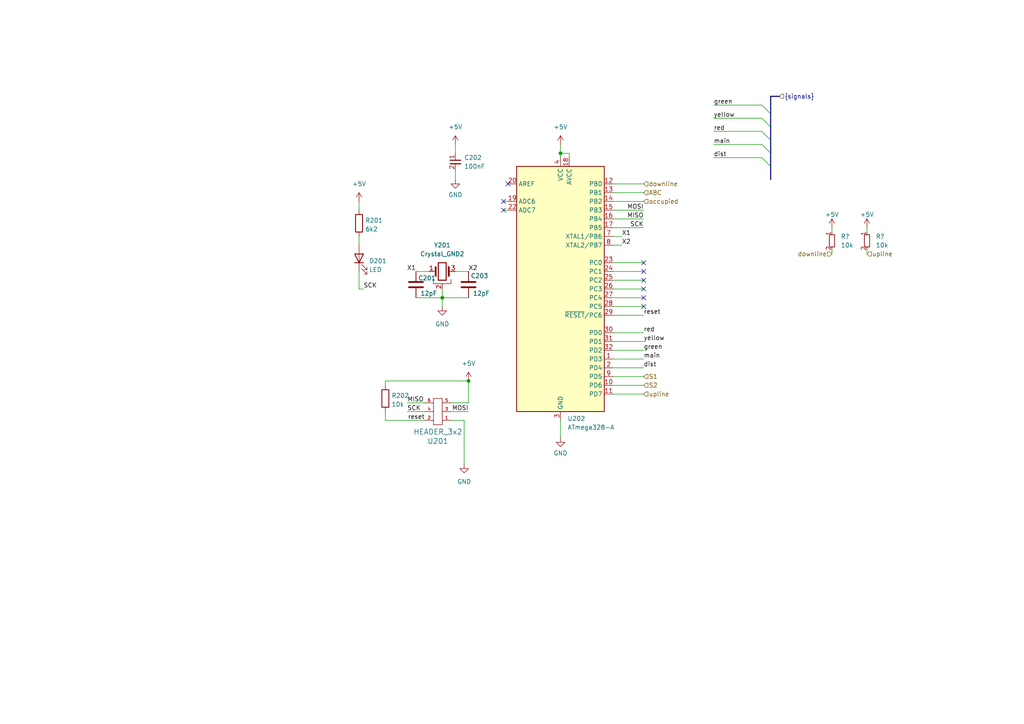
<source format=kicad_sch>
(kicad_sch (version 20230121) (generator eeschema)
  (paper "A4")
  (lib_symbols
    (symbol "Device:C" (pin_numbers hide) (pin_names (offset 0.254))
      (property "Reference" "C" (at 0.635 2.54 0))
      (property "Value" "C" (at 0.635 -2.54 0))
      (symbol "C_0_1"
        (polyline (pts (xy -2.032 -0.762) (xy 2.032 -0.762)) (stroke (width 0.508)))
        (polyline (pts (xy -2.032 0.762) (xy 2.032 0.762)) (stroke (width 0.508)))
      )
      (symbol "C_1_1"
        (pin passive line (at 0 3.81 270) (length 2.794) (name "~") (number "1"))
        (pin passive line (at 0 -3.81 90) (length 2.794) (name "~") (number "2"))
      )
    )
    (symbol "Device:LED" (pin_numbers hide) (pin_names (offset 1.016) hide)
      (property "Reference" "D" (at 0 2.54 0))
      (property "Value" "LED" (at 0 -2.54 0))
      (symbol "LED_0_1"
        (polyline (pts (xy -1.27 -1.27) (xy -1.27 1.27)) (stroke (width 0.254)))
        (polyline (pts (xy -1.27 0) (xy 1.27 0)))
        (polyline (pts (xy 1.27 -1.27) (xy 1.27 1.27) (xy -1.27 0) (xy 1.27 -1.27)) (stroke (width 0.254)))
        (polyline (pts (xy -3.048 -0.762) (xy -4.572 -2.286) (xy -3.81 -2.286) (xy -4.572 -2.286) (xy -4.572 -1.524)))
        (polyline (pts (xy -1.778 -0.762) (xy -3.302 -2.286) (xy -2.54 -2.286) (xy -3.302 -2.286) (xy -3.302 -1.524)))
      )
      (symbol "LED_1_1"
        (pin passive line (at -3.81 0 0) (length 2.54) (name "K") (number "1"))
        (pin passive line (at 3.81 0 180) (length 2.54) (name "A") (number "2"))
      )
    )
    (symbol "Device:R" (pin_numbers hide) (pin_names (offset 0))
      (property "Reference" "R" (at 2.032 0 90))
      (property "Value" "R" (at 0 0 90))
      (symbol "R_0_1"
        (rectangle (start -1.016 -2.54) (end 1.016 2.54) (stroke (width 0.254)))
      )
      (symbol "R_1_1"
        (pin passive line (at 0 3.81 270) (length 1.27) (name "~") (number "1"))
        (pin passive line (at 0 -3.81 90) (length 1.27) (name "~") (number "2"))
      )
    )
    (symbol "GND_1" (power) (pin_names (offset 0))
      (property "Value" "GND_1" (at 0 -3.81 0))
      (symbol "GND_1_0_1"
        (polyline (pts (xy 0 0) (xy 0 -1.27) (xy 1.27 -1.27) (xy 0 -2.54) (xy -1.27 -1.27) (xy 0 -1.27)))
      )
      (symbol "GND_1_1_1"
        (pin power_in line (at 0 0 270) (length 0) hide (name "GND") (number "1"))
      )
    )
    (symbol "MCU_Microchip_ATmega:ATmega328-A"
      (property "Reference" "U" (at -12.7 36.83 0))
      (property "Value" "ATmega328-A" (at 2.54 -36.83 0))
      (symbol "ATmega328-A_0_1"
        (rectangle (start -12.7 -35.56) (end 12.7 35.56) (stroke (width 0.254)) (fill (type background)))
      )
      (symbol "ATmega328-A_1_1"
        (pin bidirectional line (at 15.24 -20.32 180) (length 2.54) (name "PD3") (number "1"))
        (pin bidirectional line (at 15.24 -27.94 180) (length 2.54) (name "PD6") (number "10"))
        (pin bidirectional line (at 15.24 -30.48 180) (length 2.54) (name "PD7") (number "11"))
        (pin bidirectional line (at 15.24 30.48 180) (length 2.54) (name "PB0") (number "12"))
        (pin bidirectional line (at 15.24 27.94 180) (length 2.54) (name "PB1") (number "13"))
        (pin bidirectional line (at 15.24 25.4 180) (length 2.54) (name "PB2") (number "14"))
        (pin bidirectional line (at 15.24 22.86 180) (length 2.54) (name "PB3") (number "15"))
        (pin bidirectional line (at 15.24 20.32 180) (length 2.54) (name "PB4") (number "16"))
        (pin bidirectional line (at 15.24 17.78 180) (length 2.54) (name "PB5") (number "17"))
        (pin power_in line (at 2.54 38.1 270) (length 2.54) (name "AVCC") (number "18"))
        (pin input line (at -15.24 25.4 0) (length 2.54) (name "ADC6") (number "19"))
        (pin bidirectional line (at 15.24 -22.86 180) (length 2.54) (name "PD4") (number "2"))
        (pin passive line (at -15.24 30.48 0) (length 2.54) (name "AREF") (number "20"))
        (pin passive line (at 0 -38.1 90) (length 2.54) hide (name "GND") (number "21"))
        (pin input line (at -15.24 22.86 0) (length 2.54) (name "ADC7") (number "22"))
        (pin bidirectional line (at 15.24 7.62 180) (length 2.54) (name "PC0") (number "23"))
        (pin bidirectional line (at 15.24 5.08 180) (length 2.54) (name "PC1") (number "24"))
        (pin bidirectional line (at 15.24 2.54 180) (length 2.54) (name "PC2") (number "25"))
        (pin bidirectional line (at 15.24 0 180) (length 2.54) (name "PC3") (number "26"))
        (pin bidirectional line (at 15.24 -2.54 180) (length 2.54) (name "PC4") (number "27"))
        (pin bidirectional line (at 15.24 -5.08 180) (length 2.54) (name "PC5") (number "28"))
        (pin bidirectional line (at 15.24 -7.62 180) (length 2.54) (name "~{RESET}/PC6") (number "29"))
        (pin power_in line (at 0 -38.1 90) (length 2.54) (name "GND") (number "3"))
        (pin bidirectional line (at 15.24 -12.7 180) (length 2.54) (name "PD0") (number "30"))
        (pin bidirectional line (at 15.24 -15.24 180) (length 2.54) (name "PD1") (number "31"))
        (pin bidirectional line (at 15.24 -17.78 180) (length 2.54) (name "PD2") (number "32"))
        (pin power_in line (at 0 38.1 270) (length 2.54) (name "VCC") (number "4"))
        (pin passive line (at 0 -38.1 90) (length 2.54) hide (name "GND") (number "5"))
        (pin passive line (at 0 38.1 270) (length 2.54) hide (name "VCC") (number "6"))
        (pin bidirectional line (at 15.24 15.24 180) (length 2.54) (name "XTAL1/PB6") (number "7"))
        (pin bidirectional line (at 15.24 12.7 180) (length 2.54) (name "XTAL2/PB7") (number "8"))
        (pin bidirectional line (at 15.24 -25.4 180) (length 2.54) (name "PD5") (number "9"))
      )
    )
    (symbol "capacitor_miscellaneous:C_0402_100nF"
      (property "Reference" "U" (at 1.27 2.54 0))
      (property "Value" "100nF" (at 3.81 -2.54 0))
      (property "JLCPCB Part#" "C307331" (at 0 0 0))
      (symbol "C_0402_100nF_0_1"
        (polyline (pts (xy -1.524 -0.508) (xy 1.524 -0.508)) (stroke (width 0.3302)))
        (polyline (pts (xy -1.524 0.508) (xy 1.524 0.508)) (stroke (width 0.3048)))
      )
      (symbol "C_0402_100nF_1_1"
        (pin passive line (at 0 2.54 270) (length 2.032) (name "~") (number "1"))
        (pin passive line (at 0 -2.54 90) (length 2.032) (name "~") (number "2"))
      )
    )
    (symbol "custom_kicad_lib_sk:crystal_arduino" (pin_names (offset 1.016) hide)
      (property "Reference" "Y" (at 0 5.715 0))
      (property "Value" "Crystal_GND2" (at 0 3.81 0))
      (property "JLCPCB Part#" "C13738" (at 0 0 0))
      (symbol "crystal_arduino_0_1"
        (rectangle (start -1.143 2.54) (end 1.143 -2.54) (stroke (width 0.3048)))
        (polyline (pts (xy -2.54 0) (xy -1.905 0)))
        (polyline (pts (xy -1.905 -1.27) (xy -1.905 1.27)) (stroke (width 0.508)))
        (polyline (pts (xy 0 -3.81) (xy 0 -3.556)))
        (polyline (pts (xy 1.905 0) (xy 2.54 0)))
        (polyline (pts (xy 1.905 1.27) (xy 1.905 -1.27)) (stroke (width 0.508)))
        (polyline (pts (xy -2.54 -2.286) (xy -2.54 -3.556) (xy 2.54 -3.556) (xy 2.54 -2.286)))
      )
      (symbol "crystal_arduino_1_1"
        (pin passive line (at -3.81 0 0) (length 1.27) (name "1") (number "1"))
        (pin passive line (at 0 -5.08 90) (length 1.27) (name "GND") (number "2"))
        (pin passive line (at 3.81 0 180) (length 1.27) (name "3") (number "3"))
        (pin passive line (at 0 -5.08 90) (length 1.27) hide (name "GND") (number "4"))
      )
    )
    (symbol "power:+5V" (power) (pin_names (offset 0))
      (property "Value" "+5V" (at 0 3.556 0))
      (symbol "+5V_0_1"
        (polyline (pts (xy -0.762 1.27) (xy 0 2.54)))
        (polyline (pts (xy 0 0) (xy 0 2.54)))
        (polyline (pts (xy 0 2.54) (xy 0.762 1.27)))
      )
      (symbol "+5V_1_1"
        (pin power_in line (at 0 0 90) (length 0) hide (name "+5V") (number "1"))
      )
    )
    (symbol "power:GND" (power) (pin_names (offset 0))
      (property "Value" "GND" (at 0 -3.81 0))
      (symbol "GND_0_1"
        (polyline (pts (xy 0 0) (xy 0 -1.27) (xy 1.27 -1.27) (xy 0 -2.54) (xy -1.27 -1.27) (xy 0 -1.27)))
      )
      (symbol "GND_1_1"
        (pin power_in line (at 0 0 270) (length 0) hide (name "GND") (number "1"))
      )
    )
    (symbol "resistors_0603:R_10k_0603"
      (property "Reference" "R" (at 1.27 2.54 0))
      (property "Value" "10k" (at 2.54 -2.54 0))
      (symbol "R_10k_0603_0_1"
        (rectangle (start -0.762 1.778) (end 0.762 -1.778) (stroke (width 0.2032)))
      )
      (symbol "R_10k_0603_1_1"
        (pin passive line (at 0 2.54 270) (length 0.762) (name "~") (number "1"))
        (pin passive line (at 0 -2.54 90) (length 0.762) (name "~") (number "2"))
      )
    )
    (symbol "servoDriverSMD-rescue:HEADER_3x2-w_connectors" (pin_names (offset 0))
      (property "Reference" "J" (at 0 5.08 0))
      (property "Value" "HEADER_3x2-w_connectors" (at 0 -5.08 0))
      (symbol "HEADER_3x2-w_connectors_0_1"
        (rectangle (start 1.27 3.81) (end -1.27 -3.81))
      )
      (symbol "HEADER_3x2-w_connectors_1_1"
        (pin passive line (at -3.81 2.54 0) (length 2.54) (name "~") (number "1"))
        (pin passive line (at 3.81 2.54 180) (length 2.54) (name "~") (number "2"))
        (pin passive line (at -3.81 0 0) (length 2.54) (name "~") (number "3"))
        (pin passive line (at 3.81 0 180) (length 2.54) (name "~") (number "4"))
        (pin passive line (at -3.81 -2.54 0) (length 2.54) (name "~") (number "5"))
        (pin passive line (at 3.81 -2.54 180) (length 2.54) (name "~") (number "6"))
      )
    )
  )
  (junction (at 128.27 86.36))
  (junction (at 162.56 44.45))
  (junction (at 135.89 110.49))
  (no_connect (at 186.69 76.2))
  (no_connect (at 186.69 78.74))
  (no_connect (at 147.32 53.34))
  (no_connect (at 146.05 58.42))
  (no_connect (at 186.69 81.28))
  (no_connect (at 146.05 60.96))
  (no_connect (at 186.69 83.82))
  (no_connect (at 186.69 86.36))
  (no_connect (at 186.69 88.9))
  (bus_entry (at 223.52 44.45) (size -2.54 -2.54))
  (bus_entry (at 223.52 36.83) (size -2.54 -2.54))
  (bus_entry (at 223.52 40.64) (size -2.54 -2.54))
  (bus_entry (at 223.52 33.02) (size -2.54 -2.54))
  (bus_entry (at 223.52 48.26) (size -2.54 -2.54))
  (wire (pts (xy 162.56 44.45) (xy 162.56 45.72)))
  (wire (pts (xy 128.27 86.36) (xy 135.89 86.36)))
  (bus (pts (xy 223.52 44.45) (xy 223.52 40.64)))
  (wire (pts (xy 130.81 116.84) (xy 135.89 116.84)))
  (wire (pts (xy 134.62 121.92) (xy 130.81 121.92)))
  (wire (pts (xy 165.1 44.45) (xy 162.56 44.45)))
  (wire (pts (xy 177.8 86.36) (xy 186.69 86.36)))
  (wire (pts (xy 177.8 111.76) (xy 186.69 111.76)))
  (wire (pts (xy 123.19 119.38) (xy 118.11 119.38)))
  (wire (pts (xy 124.46 78.74) (xy 120.65 78.74)))
  (bus (pts (xy 223.52 40.64) (xy 223.52 36.83)))
  (wire (pts (xy 207.01 45.72) (xy 220.98 45.72)))
  (wire (pts (xy 177.8 76.2) (xy 186.69 76.2)))
  (wire (pts (xy 111.76 121.92) (xy 123.19 121.92)))
  (wire (pts (xy 177.8 88.9) (xy 186.69 88.9)))
  (wire (pts (xy 207.01 41.91) (xy 220.98 41.91)))
  (bus (pts (xy 223.52 27.94) (xy 226.06 27.94)))
  (wire (pts (xy 241.3 66.04) (xy 241.3 67.31)))
  (wire (pts (xy 111.76 110.49) (xy 135.89 110.49)))
  (wire (pts (xy 251.46 66.04) (xy 251.46 67.31)))
  (wire (pts (xy 104.14 78.74) (xy 104.14 83.82)))
  (wire (pts (xy 177.8 91.44) (xy 186.69 91.44)))
  (wire (pts (xy 135.89 116.84) (xy 135.89 110.49)))
  (wire (pts (xy 177.8 71.12) (xy 180.34 71.12)))
  (wire (pts (xy 162.56 121.92) (xy 162.56 127)))
  (wire (pts (xy 207.01 38.1) (xy 220.98 38.1)))
  (wire (pts (xy 207.01 30.48) (xy 220.98 30.48)))
  (wire (pts (xy 177.8 109.22) (xy 186.69 109.22)))
  (wire (pts (xy 146.05 58.42) (xy 147.32 58.42)))
  (wire (pts (xy 111.76 119.38) (xy 111.76 121.92)))
  (wire (pts (xy 130.81 119.38) (xy 135.89 119.38)))
  (wire (pts (xy 177.8 83.82) (xy 186.69 83.82)))
  (wire (pts (xy 104.14 68.58) (xy 104.14 71.12)))
  (wire (pts (xy 128.27 83.82) (xy 128.27 86.36)))
  (wire (pts (xy 132.08 78.74) (xy 135.89 78.74)))
  (wire (pts (xy 146.05 60.96) (xy 147.32 60.96)))
  (wire (pts (xy 162.56 41.91) (xy 162.56 44.45)))
  (wire (pts (xy 134.62 121.92) (xy 134.62 134.62)))
  (wire (pts (xy 177.8 68.58) (xy 180.34 68.58)))
  (wire (pts (xy 177.8 114.3) (xy 186.69 114.3)))
  (wire (pts (xy 118.11 116.84) (xy 123.19 116.84)))
  (bus (pts (xy 223.52 36.83) (xy 223.52 33.02)))
  (wire (pts (xy 104.14 58.42) (xy 104.14 60.96)))
  (wire (pts (xy 220.98 34.29) (xy 207.01 34.29)))
  (wire (pts (xy 132.08 49.53) (xy 132.08 52.07)))
  (wire (pts (xy 177.8 60.96) (xy 186.69 60.96)))
  (wire (pts (xy 111.76 110.49) (xy 111.76 111.76)))
  (wire (pts (xy 105.41 83.82) (xy 104.14 83.82)))
  (wire (pts (xy 177.8 81.28) (xy 186.69 81.28)))
  (wire (pts (xy 177.8 55.88) (xy 186.69 55.88)))
  (wire (pts (xy 177.8 99.06) (xy 186.69 99.06)))
  (wire (pts (xy 120.65 86.36) (xy 128.27 86.36)))
  (wire (pts (xy 132.08 41.91) (xy 132.08 44.45)))
  (wire (pts (xy 177.8 96.52) (xy 186.69 96.52)))
  (wire (pts (xy 177.8 101.6) (xy 186.69 101.6)))
  (wire (pts (xy 128.27 86.36) (xy 128.27 88.9)))
  (wire (pts (xy 177.8 66.04) (xy 186.69 66.04)))
  (wire (pts (xy 165.1 45.72) (xy 165.1 44.45)))
  (wire (pts (xy 241.3 72.39) (xy 241.3 73.66)))
  (bus (pts (xy 223.52 33.02) (xy 223.52 27.94)))
  (wire (pts (xy 177.8 63.5) (xy 186.69 63.5)))
  (wire (pts (xy 177.8 53.34) (xy 186.69 53.34)))
  (wire (pts (xy 177.8 106.68) (xy 186.69 106.68)))
  (wire (pts (xy 177.8 78.74) (xy 186.69 78.74)))
  (wire (pts (xy 177.8 104.14) (xy 186.69 104.14)))
  (bus (pts (xy 223.52 52.07) (xy 223.52 48.26)))
  (bus (pts (xy 223.52 48.26) (xy 223.52 44.45)))
  (wire (pts (xy 177.8 58.42) (xy 186.69 58.42)))
  (wire (pts (xy 251.46 72.39) (xy 251.46 73.66)))
  (label "SCK" (at 118.11 119.38 0))
  (label "reset" (at 186.69 91.44 0))
  (label "yellow" (at 186.69 99.06 0))
  (label "X1" (at 120.65 78.74 180))
  (label "X2" (at 180.34 71.12 0))
  (label "red" (at 186.69 96.52 0))
  (label "SCK" (at 105.41 83.82 0))
  (label "MISO" (at 118.11 116.84 0))
  (label "MOSI" (at 186.69 60.96 180))
  (label "reset" (at 123.19 121.92 180))
  (label "main" (at 186.69 104.14 0))
  (label "yellow" (at 207.01 34.29 0))
  (label "green" (at 186.69 101.6 0))
  (label "green" (at 207.01 30.48 0))
  (label "red" (at 207.01 38.1 0))
  (label "X1" (at 180.34 68.58 0))
  (label "dist" (at 186.69 106.68 0))
  (label "SCK" (at 186.69 66.04 180))
  (label "MISO" (at 186.69 63.5 180))
  (label "main" (at 207.01 41.91 0))
  (label "MOSI" (at 135.89 119.38 180))
  (label "dist" (at 207.01 45.72 0))
  (label "X2" (at 135.89 78.74 0))
  (hierarchical_label "S2" (shape input) (at 186.69 111.76 0))
  (hierarchical_label "S1" (shape input) (at 186.69 109.22 0))
  (hierarchical_label "downline" (shape input) (at 186.69 53.34 0))
  (hierarchical_label "downline" (shape input) (at 241.3 73.66 180))
  (hierarchical_label "{signals}" (shape input) (at 226.06 27.94 0))
  (hierarchical_label "upline" (shape input) (at 251.46 73.66 0))
  (hierarchical_label "occupied" (shape input) (at 186.69 58.42 0))
  (hierarchical_label "ABC" (shape input) (at 186.69 55.88 0))
  (hierarchical_label "upline" (shape input) (at 186.69 114.3 0))
  (symbol (lib_id "custom_kicad_lib_sk:crystal_arduino") (at 128.27 78.74 0) (unit 1)
    (property "Reference" "Y201" (at 128.27 71.12 0))
    (property "Value" "Crystal_GND2" (at 128.27 73.66 0))
    (property "Footprint" "custom_kicad_lib_sk:crystal_arduino" (effects hide))
    (property "JLCPCB Part#" "C13738" (effects hide))
    (instances (project "BloX_ABC_MkII" (path "" (reference "Y201") (unit 1))) (project "atmega328" (path "" (reference "Y201") (unit 1))) (project "general_schematics" (path "" (reference "Y?") (unit 1)) (path "" (reference "Y1401") (unit 1))))
  )
  (symbol (lib_id "Device:C") (at 135.89 82.55 180) (unit 1)
    (property "Reference" "C203" (at 136.525 80.01 0) (effects (justify right)))
    (property "Value" "12pF" (at 137.16 85.09 0) (effects (justify right)))
    (property "Footprint" "Capacitor_SMD:C_0603_1608Metric" (effects hide))
    (property "JLCPCB Part#" "C38523" (effects hide))
    (instances (project "BloX_ABC_MkII" (path "" (reference "C203") (unit 1))) (project "atmega328" (path "" (reference "C203") (unit 1))) (project "general_schematics" (path "" (reference "C?") (unit 1)) (path "" (reference "C1403") (unit 1))))
  )
  (symbol (lib_id "Device:R") (at 104.14 64.77 0) (unit 1)
    (property "Reference" "R201" (at 105.918 63.9353 0) (effects (justify left)))
    (property "Value" "6k2" (at 105.918 66.4722 0) (effects (justify left)))
    (property "Footprint" "Resistor_SMD:R_0603_1608Metric_Pad0.98x0.95mm_HandSolder" (effects hide))
    (property "JLCPCB Part#" "C4260" (effects hide))
    (instances (project "BloX_ABC_MkII" (path "" (reference "R201") (unit 1))) (project "atmega328" (path "" (reference "R201") (unit 1))) (project "general_schematics" (path "" (reference "R1401") (unit 1))))
  )
  (symbol (lib_id "MCU_Microchip_ATmega:ATmega328-A") (at 162.56 83.82 0) (unit 1)
    (property "Reference" "U202" (at 164.5794 121.4104 0) (effects (justify left)))
    (property "Value" "ATmega328-A" (at 164.5794 123.9473 0) (effects (justify left)))
    (property "Footprint" "Package_QFP:TQFP-32_7x7mm_P0.8mm" (effects hide))
    (property "Datasheet" "http://ww1.microchip.com/downloads/en/DeviceDoc/ATmega328_P%20AVR%20MCU%20with%20picoPower%20Technology%20Data%20Sheet%2040001984A.pdf" (effects hide))
    (property "JLCPCB Part#" "C14877" (effects hide))
    (instances (project "BloX_ABC_MkII" (path "" (reference "U202") (unit 1))) (project "atmega328" (path "" (reference "U202") (unit 1))) (project "general_schematics" (path "" (reference "U1402") (unit 1))))
  )
  (symbol (lib_id "power:+5V") (at 251.46 66.04 0) (unit 1)
    (property "Reference" "#PWR0113" (effects hide))
    (property "Value" "+5V" (at 251.46 62.23 0))
    (instances (project "BloX_ABC_MkII" (path "" (reference "#PWR0113") (unit 1)) (path "" (reference "#PWR0204") (unit 1))))
  )
  (symbol (lib_id "power:+5V") (at 241.3 66.04 0) (unit 1)
    (property "Reference" "#PWR0113" (effects hide))
    (property "Value" "+5V" (at 241.3 62.23 0))
    (instances (project "BloX_ABC_MkII" (path "" (reference "#PWR0113") (unit 1)) (path "" (reference "#PWR0203") (unit 1))))
  )
  (symbol (lib_id "power:GND") (at 132.08 52.07 0) (unit 1)
    (property "Reference" "#PWR0201" (effects hide))
    (property "Value" "GND" (at 132.08 56.5134 0))
    (instances (project "BloX_ABC_MkII" (path "" (reference "#PWR0201") (unit 1))) (project "atmega328" (path "" (reference "#PWR0201") (unit 1))) (project "general_schematics" (path "" (reference "#PWR0137") (unit 1))))
  )
  (symbol (lib_id "Device:C") (at 120.65 82.55 180) (unit 1)
    (property "Reference" "C201" (at 121.285 80.645 0) (effects (justify right)))
    (property "Value" "12pF" (at 121.92 85.09 0) (effects (justify right)))
    (property "Footprint" "Capacitor_SMD:C_0603_1608Metric" (effects hide))
    (property "JLCPCB Part#" "C38523" (effects hide))
    (instances (project "BloX_ABC_MkII" (path "" (reference "C201") (unit 1))) (project "atmega328" (path "" (reference "C201") (unit 1))) (project "general_schematics" (path "" (reference "C?") (unit 1)) (path "" (reference "C1401") (unit 1))))
  )
  (symbol (lib_name "GND_1") (lib_id "power:GND") (at 128.27 88.9 0) (unit 1)
    (property "Reference" "#PWR0102" (effects hide))
    (property "Value" "GND" (at 128.27 93.98 0))
  )
  (symbol (lib_id "power:+5V") (at 135.89 110.49 0) (unit 1)
    (property "Reference" "#PWR0107" (effects hide))
    (property "Value" "+5V" (at 135.89 105.41 0))
  )
  (symbol (lib_id "resistors_0603:R_10k_0603") (at 251.46 69.85 0) (unit 1)
    (property "Reference" "R?" (at 254 68.58 0) (effects (justify left)))
    (property "Value" "10k" (at 254 71.12 0) (effects (justify left)))
    (property "Footprint" "custom_kicad_lib_sk:R_0603_smalltext" (effects hide))
    (property "JLCPCB Part#" "C25804" (effects hide))
    (instances (project "BloX_ABC_MkII" (path "" (reference "R?") (unit 1)) (path "" (reference "R204") (unit 1))))
  )
  (symbol (lib_id "power:+5V") (at 104.14 58.42 0) (unit 1)
    (property "Reference" "#PWR0104" (effects hide))
    (property "Value" "+5V" (at 104.14 53.34 0))
  )
  (symbol (lib_name "GND_1") (lib_id "power:GND") (at 134.62 134.62 0) (unit 1)
    (property "Reference" "#PWR0101" (effects hide))
    (property "Value" "GND" (at 134.62 139.7 0))
  )
  (symbol (lib_id "power:GND") (at 162.56 127 0) (unit 1)
    (property "Reference" "#PWR0202" (effects hide))
    (property "Value" "GND" (at 162.56 131.4434 0))
    (instances (project "BloX_ABC_MkII" (path "" (reference "#PWR0202") (unit 1))) (project "atmega328" (path "" (reference "#PWR0202") (unit 1))) (project "general_schematics" (path "" (reference "#PWR0138") (unit 1))))
  )
  (symbol (lib_id "Device:LED") (at 104.14 74.93 90) (unit 1)
    (property "Reference" "D201" (at 107.061 75.6828 90) (effects (justify right)))
    (property "Value" "LED" (at 107.061 78.2197 90) (effects (justify right)))
    (property "Footprint" "LED_SMD:LED_0805_2012Metric_Pad1.15x1.40mm_HandSolder" (effects hide))
    (property "JLCPCB Part#" "C84256" (effects hide))
    (instances (project "BloX_ABC_MkII" (path "" (reference "D201") (unit 1))) (project "atmega328" (path "" (reference "D201") (unit 1))) (project "general_schematics" (path "" (reference "D1401") (unit 1))))
  )
  (symbol (lib_id "servoDriverSMD-rescue:HEADER_3x2-w_connectors") (at 127 119.38 180) (unit 1)
    (property "Reference" "U201" (at 127 127.9398 0) (effects (font (size 1.524 1.524))))
    (property "Value" "HEADER_3x2" (at 127 125.2474 0) (effects (font (size 1.524 1.524))))
    (property "Footprint" "Connector_PinSocket_1.27mm:PinSocket_2x03_P1.27mm_Vertical" (effects hide))
    (instances (project "BloX_ABC_MkII" (path "" (reference "U201") (unit 1))) (project "atmega328" (path "" (reference "U201") (unit 1))) (project "general_schematics" (path "" (reference "U1401") (unit 1))))
  )
  (symbol (lib_id "Device:R") (at 111.76 115.57 0) (unit 1)
    (property "Reference" "R202" (at 113.538 114.7353 0) (effects (justify left)))
    (property "Value" "10k" (at 113.538 117.2722 0) (effects (justify left)))
    (property "Footprint" "Resistor_SMD:R_0402_1005Metric_Pad0.72x0.64mm_HandSolder" (effects hide))
    (property "JLCPCB Part#" "C25744" (effects hide))
    (instances (project "BloX_ABC_MkII" (path "" (reference "R202") (unit 1))) (project "atmega328" (path "" (reference "R202") (unit 1))) (project "general_schematics" (path "" (reference "R1402") (unit 1))))
  )
  (symbol (lib_id "power:+5V") (at 132.08 41.91 0) (unit 1)
    (property "Reference" "#PWR0105" (effects hide))
    (property "Value" "+5V" (at 132.08 36.83 0))
  )
  (symbol (lib_id "resistors_0603:R_10k_0603") (at 241.3 69.85 0) (unit 1)
    (property "Reference" "R?" (at 243.84 68.58 0) (effects (justify left)))
    (property "Value" "10k" (at 243.84 71.12 0) (effects (justify left)))
    (property "Footprint" "custom_kicad_lib_sk:R_0603_smalltext" (effects hide))
    (property "JLCPCB Part#" "C25804" (effects hide))
    (instances (project "BloX_ABC_MkII" (path "" (reference "R?") (unit 1)) (path "" (reference "R203") (unit 1))))
  )
  (symbol (lib_id "capacitor_miscellaneous:C_0402_100nF") (at 132.08 46.99 0) (unit 1)
    (property "Reference" "C202" (at 134.62 45.7263 0) (effects (justify left)))
    (property "Value" "100nF" (at 134.62 48.2663 0) (effects (justify left)))
    (property "Footprint" "Capacitor_SMD:C_0402_1005Metric" (effects hide))
    (property "JLCPCB Part#" "C307331" (effects hide))
  )
  (symbol (lib_id "power:+5V") (at 162.56 41.91 0) (unit 1)
    (property "Reference" "#PWR0106" (effects hide))
    (property "Value" "+5V" (at 162.56 36.83 0))
  )
)
</source>
